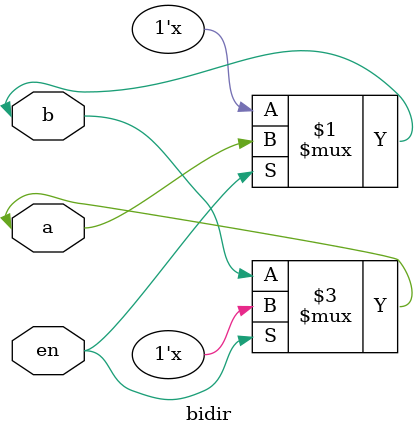
<source format=v>
module bidir(a,b,en);
inout a,b;
input en;

assign b=(en)?a:1'bz;
assign a=(!en)?b:1'bz;
endmodule
</source>
